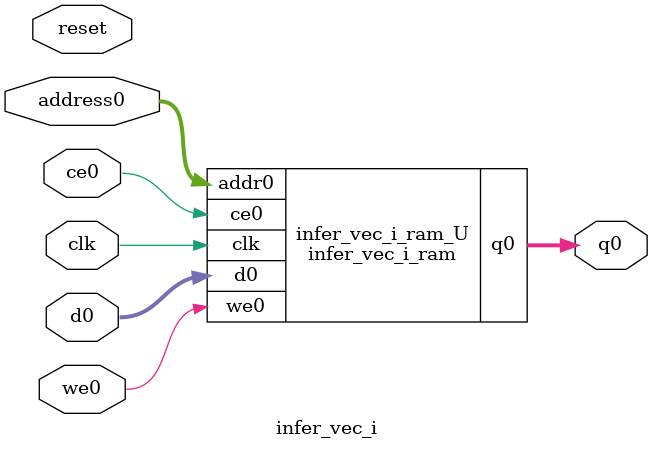
<source format=v>
`timescale 1 ns / 1 ps
module infer_vec_i_ram (addr0, ce0, d0, we0, q0,  clk);

parameter DWIDTH = 32;
parameter AWIDTH = 8;
parameter MEM_SIZE = 156;

input[AWIDTH-1:0] addr0;
input ce0;
input[DWIDTH-1:0] d0;
input we0;
output reg[DWIDTH-1:0] q0;
input clk;

(* ram_style = "block" *)reg [DWIDTH-1:0] ram[0:MEM_SIZE-1];




always @(posedge clk)  
begin 
    if (ce0) begin
        if (we0) 
            ram[addr0] <= d0; 
        q0 <= ram[addr0];
    end
end


endmodule

`timescale 1 ns / 1 ps
module infer_vec_i(
    reset,
    clk,
    address0,
    ce0,
    we0,
    d0,
    q0);

parameter DataWidth = 32'd32;
parameter AddressRange = 32'd156;
parameter AddressWidth = 32'd8;
input reset;
input clk;
input[AddressWidth - 1:0] address0;
input ce0;
input we0;
input[DataWidth - 1:0] d0;
output[DataWidth - 1:0] q0;



infer_vec_i_ram infer_vec_i_ram_U(
    .clk( clk ),
    .addr0( address0 ),
    .ce0( ce0 ),
    .we0( we0 ),
    .d0( d0 ),
    .q0( q0 ));

endmodule


</source>
